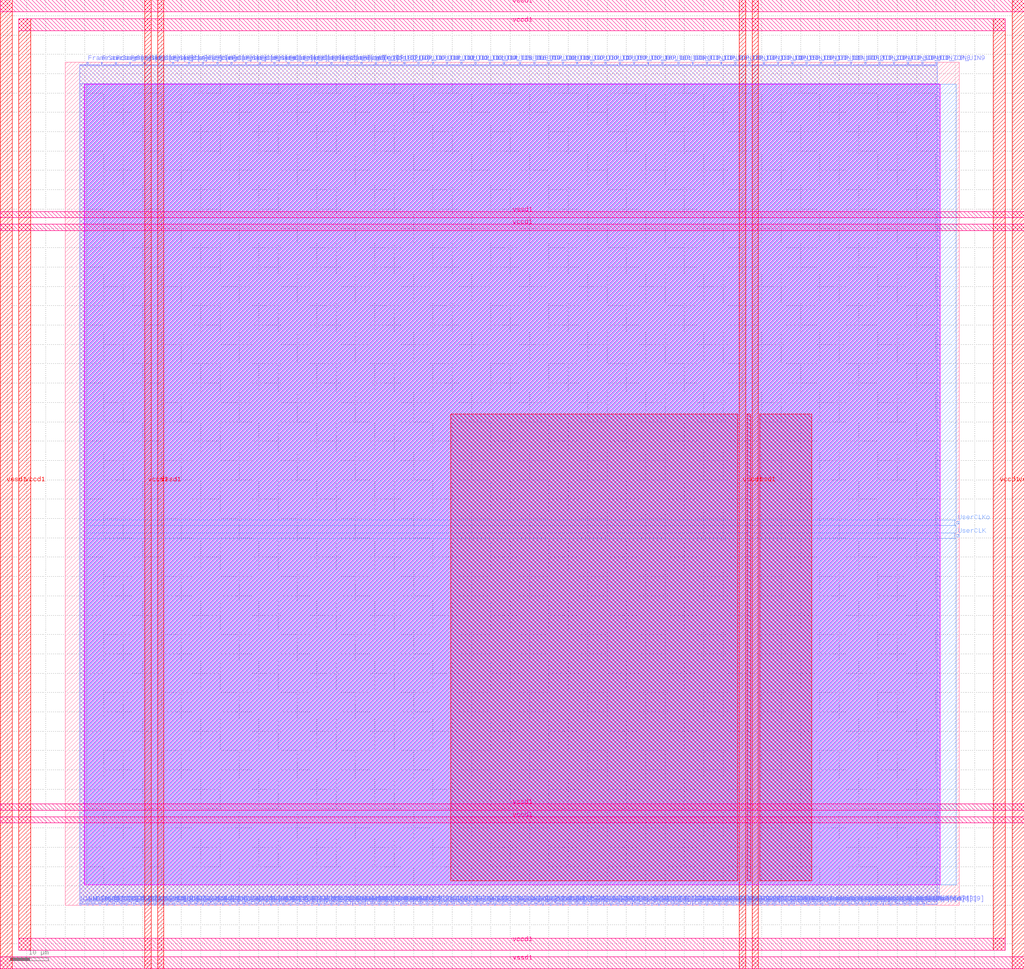
<source format=lef>
VERSION 5.7 ;
  NOWIREEXTENSIONATPIN ON ;
  DIVIDERCHAR "/" ;
  BUSBITCHARS "[]" ;
MACRO N_term_single
  CLASS BLOCK ;
  FOREIGN N_term_single ;
  ORIGIN 0.000 0.000 ;
  SIZE 231.000 BY 218.000 ;
  PIN Ci
    DIRECTION INPUT ;
    USE SIGNAL ;
    PORT
      LAYER met2 ;
        RECT 95.260 0.000 95.640 0.700 ;
    END
  END Ci
  PIN FrameStrobe[0]
    DIRECTION INPUT ;
    USE SIGNAL ;
    ANTENNAGATEAREA 0.213000 ;
    PORT
      LAYER met2 ;
        RECT 188.180 0.000 188.560 0.700 ;
    END
  END FrameStrobe[0]
  PIN FrameStrobe[10]
    DIRECTION INPUT ;
    USE SIGNAL ;
    ANTENNAGATEAREA 0.213000 ;
    PORT
      LAYER met2 ;
        RECT 206.120 0.000 206.500 0.700 ;
    END
  END FrameStrobe[10]
  PIN FrameStrobe[11]
    DIRECTION INPUT ;
    USE SIGNAL ;
    ANTENNAGATEAREA 0.213000 ;
    ANTENNADIFFAREA 0.434700 ;
    PORT
      LAYER met2 ;
        RECT 207.960 0.000 208.340 0.700 ;
    END
  END FrameStrobe[11]
  PIN FrameStrobe[12]
    DIRECTION INPUT ;
    USE SIGNAL ;
    ANTENNAGATEAREA 0.213000 ;
    PORT
      LAYER met2 ;
        RECT 209.340 0.000 209.720 0.700 ;
    END
  END FrameStrobe[12]
  PIN FrameStrobe[13]
    DIRECTION INPUT ;
    USE SIGNAL ;
    ANTENNAGATEAREA 0.213000 ;
    ANTENNADIFFAREA 0.434700 ;
    PORT
      LAYER met2 ;
        RECT 211.180 0.000 211.560 0.700 ;
    END
  END FrameStrobe[13]
  PIN FrameStrobe[14]
    DIRECTION INPUT ;
    USE SIGNAL ;
    ANTENNAGATEAREA 0.213000 ;
    PORT
      LAYER met2 ;
        RECT 213.020 0.000 213.400 0.700 ;
    END
  END FrameStrobe[14]
  PIN FrameStrobe[15]
    DIRECTION INPUT ;
    USE SIGNAL ;
    ANTENNAGATEAREA 0.213000 ;
    PORT
      LAYER met2 ;
        RECT 214.860 0.000 215.240 0.700 ;
    END
  END FrameStrobe[15]
  PIN FrameStrobe[16]
    DIRECTION INPUT ;
    USE SIGNAL ;
    ANTENNAGATEAREA 0.213000 ;
    PORT
      LAYER met2 ;
        RECT 216.700 0.000 217.080 0.700 ;
    END
  END FrameStrobe[16]
  PIN FrameStrobe[17]
    DIRECTION INPUT ;
    USE SIGNAL ;
    ANTENNAGATEAREA 0.196500 ;
    ANTENNADIFFAREA 0.434700 ;
    PORT
      LAYER met2 ;
        RECT 218.080 0.000 218.460 0.700 ;
    END
  END FrameStrobe[17]
  PIN FrameStrobe[18]
    DIRECTION INPUT ;
    USE SIGNAL ;
    ANTENNAGATEAREA 0.213000 ;
    PORT
      LAYER met2 ;
        RECT 219.920 0.000 220.300 0.700 ;
    END
  END FrameStrobe[18]
  PIN FrameStrobe[19]
    DIRECTION INPUT ;
    USE SIGNAL ;
    ANTENNAGATEAREA 0.196500 ;
    ANTENNADIFFAREA 0.434700 ;
    PORT
      LAYER met2 ;
        RECT 221.760 0.000 222.140 0.700 ;
    END
  END FrameStrobe[19]
  PIN FrameStrobe[1]
    DIRECTION INPUT ;
    USE SIGNAL ;
    ANTENNAGATEAREA 0.213000 ;
    ANTENNADIFFAREA 0.434700 ;
    PORT
      LAYER met2 ;
        RECT 190.020 0.000 190.400 0.700 ;
    END
  END FrameStrobe[1]
  PIN FrameStrobe[2]
    DIRECTION INPUT ;
    USE SIGNAL ;
    ANTENNAGATEAREA 0.213000 ;
    ANTENNADIFFAREA 0.434700 ;
    PORT
      LAYER met2 ;
        RECT 191.860 0.000 192.240 0.700 ;
    END
  END FrameStrobe[2]
  PIN FrameStrobe[3]
    DIRECTION INPUT ;
    USE SIGNAL ;
    ANTENNAGATEAREA 0.213000 ;
    PORT
      LAYER met2 ;
        RECT 193.700 0.000 194.080 0.700 ;
    END
  END FrameStrobe[3]
  PIN FrameStrobe[4]
    DIRECTION INPUT ;
    USE SIGNAL ;
    ANTENNAGATEAREA 0.213000 ;
    ANTENNADIFFAREA 0.434700 ;
    PORT
      LAYER met2 ;
        RECT 195.540 0.000 195.920 0.700 ;
    END
  END FrameStrobe[4]
  PIN FrameStrobe[5]
    DIRECTION INPUT ;
    USE SIGNAL ;
    ANTENNAGATEAREA 0.213000 ;
    ANTENNADIFFAREA 0.434700 ;
    PORT
      LAYER met2 ;
        RECT 197.380 0.000 197.760 0.700 ;
    END
  END FrameStrobe[5]
  PIN FrameStrobe[6]
    DIRECTION INPUT ;
    USE SIGNAL ;
    ANTENNAGATEAREA 0.213000 ;
    PORT
      LAYER met2 ;
        RECT 198.760 0.000 199.140 0.700 ;
    END
  END FrameStrobe[6]
  PIN FrameStrobe[7]
    DIRECTION INPUT ;
    USE SIGNAL ;
    ANTENNAGATEAREA 0.213000 ;
    PORT
      LAYER met2 ;
        RECT 200.600 0.000 200.980 0.700 ;
    END
  END FrameStrobe[7]
  PIN FrameStrobe[8]
    DIRECTION INPUT ;
    USE SIGNAL ;
    ANTENNAGATEAREA 0.213000 ;
    ANTENNADIFFAREA 0.434700 ;
    PORT
      LAYER met2 ;
        RECT 202.440 0.000 202.820 0.700 ;
    END
  END FrameStrobe[8]
  PIN FrameStrobe[9]
    DIRECTION INPUT ;
    USE SIGNAL ;
    ANTENNAGATEAREA 0.213000 ;
    PORT
      LAYER met2 ;
        RECT 204.280 0.000 204.660 0.700 ;
    END
  END FrameStrobe[9]
  PIN FrameStrobe_O[0]
    DIRECTION OUTPUT ;
    USE SIGNAL ;
    ANTENNADIFFAREA 0.445500 ;
    PORT
      LAYER met2 ;
        RECT 5.560 217.300 5.940 218.000 ;
    END
  END FrameStrobe_O[0]
  PIN FrameStrobe_O[10]
    DIRECTION OUTPUT ;
    USE SIGNAL ;
    ANTENNADIFFAREA 0.445500 ;
    PORT
      LAYER met2 ;
        RECT 42.820 217.300 43.200 218.000 ;
    END
  END FrameStrobe_O[10]
  PIN FrameStrobe_O[11]
    DIRECTION OUTPUT ;
    USE SIGNAL ;
    ANTENNADIFFAREA 0.445500 ;
    PORT
      LAYER met2 ;
        RECT 46.500 217.300 46.880 218.000 ;
    END
  END FrameStrobe_O[11]
  PIN FrameStrobe_O[12]
    DIRECTION OUTPUT ;
    USE SIGNAL ;
    ANTENNADIFFAREA 0.445500 ;
    PORT
      LAYER met2 ;
        RECT 50.180 217.300 50.560 218.000 ;
    END
  END FrameStrobe_O[12]
  PIN FrameStrobe_O[13]
    DIRECTION OUTPUT ;
    USE SIGNAL ;
    ANTENNADIFFAREA 0.445500 ;
    PORT
      LAYER met2 ;
        RECT 53.860 217.300 54.240 218.000 ;
    END
  END FrameStrobe_O[13]
  PIN FrameStrobe_O[14]
    DIRECTION OUTPUT ;
    USE SIGNAL ;
    ANTENNADIFFAREA 0.445500 ;
    PORT
      LAYER met2 ;
        RECT 57.540 217.300 57.920 218.000 ;
    END
  END FrameStrobe_O[14]
  PIN FrameStrobe_O[15]
    DIRECTION OUTPUT ;
    USE SIGNAL ;
    ANTENNADIFFAREA 0.445500 ;
    PORT
      LAYER met2 ;
        RECT 61.220 217.300 61.600 218.000 ;
    END
  END FrameStrobe_O[15]
  PIN FrameStrobe_O[16]
    DIRECTION OUTPUT ;
    USE SIGNAL ;
    ANTENNADIFFAREA 0.445500 ;
    PORT
      LAYER met2 ;
        RECT 64.900 217.300 65.280 218.000 ;
    END
  END FrameStrobe_O[16]
  PIN FrameStrobe_O[17]
    DIRECTION OUTPUT ;
    USE SIGNAL ;
    ANTENNADIFFAREA 0.445500 ;
    PORT
      LAYER met2 ;
        RECT 68.580 217.300 68.960 218.000 ;
    END
  END FrameStrobe_O[17]
  PIN FrameStrobe_O[18]
    DIRECTION OUTPUT ;
    USE SIGNAL ;
    ANTENNADIFFAREA 0.445500 ;
    PORT
      LAYER met2 ;
        RECT 72.720 217.300 73.100 218.000 ;
    END
  END FrameStrobe_O[18]
  PIN FrameStrobe_O[19]
    DIRECTION OUTPUT ;
    USE SIGNAL ;
    ANTENNADIFFAREA 0.445500 ;
    PORT
      LAYER met2 ;
        RECT 76.400 217.300 76.780 218.000 ;
    END
  END FrameStrobe_O[19]
  PIN FrameStrobe_O[1]
    DIRECTION OUTPUT ;
    USE SIGNAL ;
    ANTENNADIFFAREA 0.445500 ;
    PORT
      LAYER met2 ;
        RECT 9.240 217.300 9.620 218.000 ;
    END
  END FrameStrobe_O[1]
  PIN FrameStrobe_O[2]
    DIRECTION OUTPUT ;
    USE SIGNAL ;
    ANTENNADIFFAREA 0.445500 ;
    PORT
      LAYER met2 ;
        RECT 12.920 217.300 13.300 218.000 ;
    END
  END FrameStrobe_O[2]
  PIN FrameStrobe_O[3]
    DIRECTION OUTPUT ;
    USE SIGNAL ;
    ANTENNADIFFAREA 0.445500 ;
    PORT
      LAYER met2 ;
        RECT 16.600 217.300 16.980 218.000 ;
    END
  END FrameStrobe_O[3]
  PIN FrameStrobe_O[4]
    DIRECTION OUTPUT ;
    USE SIGNAL ;
    ANTENNADIFFAREA 0.445500 ;
    PORT
      LAYER met2 ;
        RECT 20.280 217.300 20.660 218.000 ;
    END
  END FrameStrobe_O[4]
  PIN FrameStrobe_O[5]
    DIRECTION OUTPUT ;
    USE SIGNAL ;
    ANTENNADIFFAREA 0.445500 ;
    PORT
      LAYER met2 ;
        RECT 23.960 217.300 24.340 218.000 ;
    END
  END FrameStrobe_O[5]
  PIN FrameStrobe_O[6]
    DIRECTION OUTPUT ;
    USE SIGNAL ;
    ANTENNADIFFAREA 0.445500 ;
    PORT
      LAYER met2 ;
        RECT 27.640 217.300 28.020 218.000 ;
    END
  END FrameStrobe_O[6]
  PIN FrameStrobe_O[7]
    DIRECTION OUTPUT ;
    USE SIGNAL ;
    ANTENNADIFFAREA 0.445500 ;
    PORT
      LAYER met2 ;
        RECT 31.780 217.300 32.160 218.000 ;
    END
  END FrameStrobe_O[7]
  PIN FrameStrobe_O[8]
    DIRECTION OUTPUT ;
    USE SIGNAL ;
    ANTENNADIFFAREA 0.445500 ;
    PORT
      LAYER met2 ;
        RECT 35.460 217.300 35.840 218.000 ;
    END
  END FrameStrobe_O[8]
  PIN FrameStrobe_O[9]
    DIRECTION OUTPUT ;
    USE SIGNAL ;
    ANTENNADIFFAREA 0.445500 ;
    PORT
      LAYER met2 ;
        RECT 39.140 217.300 39.520 218.000 ;
    END
  END FrameStrobe_O[9]
  PIN N1END[0]
    DIRECTION INPUT ;
    USE SIGNAL ;
    ANTENNAGATEAREA 0.196500 ;
    ANTENNADIFFAREA 0.434700 ;
    PORT
      LAYER met2 ;
        RECT 3.720 0.000 4.100 0.700 ;
    END
  END N1END[0]
  PIN N1END[1]
    DIRECTION INPUT ;
    USE SIGNAL ;
    ANTENNAGATEAREA 0.196500 ;
    PORT
      LAYER met2 ;
        RECT 5.560 0.000 5.940 0.700 ;
    END
  END N1END[1]
  PIN N1END[2]
    DIRECTION INPUT ;
    USE SIGNAL ;
    ANTENNAGATEAREA 0.196500 ;
    ANTENNADIFFAREA 0.434700 ;
    PORT
      LAYER met2 ;
        RECT 6.940 0.000 7.320 0.700 ;
    END
  END N1END[2]
  PIN N1END[3]
    DIRECTION INPUT ;
    USE SIGNAL ;
    ANTENNAGATEAREA 0.196500 ;
    ANTENNADIFFAREA 0.434700 ;
    PORT
      LAYER met2 ;
        RECT 8.780 0.000 9.160 0.700 ;
    END
  END N1END[3]
  PIN N2END[0]
    DIRECTION INPUT ;
    USE SIGNAL ;
    ANTENNAGATEAREA 0.196500 ;
    ANTENNADIFFAREA 0.434700 ;
    PORT
      LAYER met2 ;
        RECT 24.880 0.000 25.260 0.700 ;
    END
  END N2END[0]
  PIN N2END[1]
    DIRECTION INPUT ;
    USE SIGNAL ;
    ANTENNAGATEAREA 0.196500 ;
    ANTENNADIFFAREA 0.434700 ;
    PORT
      LAYER met2 ;
        RECT 26.260 0.000 26.640 0.700 ;
    END
  END N2END[1]
  PIN N2END[2]
    DIRECTION INPUT ;
    USE SIGNAL ;
    ANTENNAGATEAREA 0.196500 ;
    ANTENNADIFFAREA 0.434700 ;
    PORT
      LAYER met2 ;
        RECT 28.100 0.000 28.480 0.700 ;
    END
  END N2END[2]
  PIN N2END[3]
    DIRECTION INPUT ;
    USE SIGNAL ;
    ANTENNAGATEAREA 0.196500 ;
    ANTENNADIFFAREA 0.434700 ;
    PORT
      LAYER met2 ;
        RECT 29.940 0.000 30.320 0.700 ;
    END
  END N2END[3]
  PIN N2END[4]
    DIRECTION INPUT ;
    USE SIGNAL ;
    ANTENNAGATEAREA 0.196500 ;
    ANTENNADIFFAREA 0.434700 ;
    PORT
      LAYER met2 ;
        RECT 31.780 0.000 32.160 0.700 ;
    END
  END N2END[4]
  PIN N2END[5]
    DIRECTION INPUT ;
    USE SIGNAL ;
    ANTENNAGATEAREA 0.196500 ;
    ANTENNADIFFAREA 0.434700 ;
    PORT
      LAYER met2 ;
        RECT 33.620 0.000 34.000 0.700 ;
    END
  END N2END[5]
  PIN N2END[6]
    DIRECTION INPUT ;
    USE SIGNAL ;
    ANTENNAGATEAREA 0.196500 ;
    ANTENNADIFFAREA 0.434700 ;
    PORT
      LAYER met2 ;
        RECT 35.460 0.000 35.840 0.700 ;
    END
  END N2END[6]
  PIN N2END[7]
    DIRECTION INPUT ;
    USE SIGNAL ;
    ANTENNAGATEAREA 0.196500 ;
    ANTENNADIFFAREA 0.434700 ;
    PORT
      LAYER met2 ;
        RECT 36.840 0.000 37.220 0.700 ;
    END
  END N2END[7]
  PIN N2MID[0]
    DIRECTION INPUT ;
    USE SIGNAL ;
    ANTENNAGATEAREA 0.196500 ;
    ANTENNADIFFAREA 0.869400 ;
    PORT
      LAYER met2 ;
        RECT 10.620 0.000 11.000 0.700 ;
    END
  END N2MID[0]
  PIN N2MID[1]
    DIRECTION INPUT ;
    USE SIGNAL ;
    ANTENNAGATEAREA 0.196500 ;
    ANTENNADIFFAREA 0.434700 ;
    PORT
      LAYER met2 ;
        RECT 12.460 0.000 12.840 0.700 ;
    END
  END N2MID[1]
  PIN N2MID[2]
    DIRECTION INPUT ;
    USE SIGNAL ;
    ANTENNAGATEAREA 0.196500 ;
    ANTENNADIFFAREA 0.434700 ;
    PORT
      LAYER met2 ;
        RECT 14.300 0.000 14.680 0.700 ;
    END
  END N2MID[2]
  PIN N2MID[3]
    DIRECTION INPUT ;
    USE SIGNAL ;
    ANTENNAGATEAREA 0.196500 ;
    ANTENNADIFFAREA 0.434700 ;
    PORT
      LAYER met2 ;
        RECT 15.680 0.000 16.060 0.700 ;
    END
  END N2MID[3]
  PIN N2MID[4]
    DIRECTION INPUT ;
    USE SIGNAL ;
    ANTENNAGATEAREA 0.213000 ;
    ANTENNADIFFAREA 0.869400 ;
    PORT
      LAYER met2 ;
        RECT 17.520 0.000 17.900 0.700 ;
    END
  END N2MID[4]
  PIN N2MID[5]
    DIRECTION INPUT ;
    USE SIGNAL ;
    ANTENNAGATEAREA 0.213000 ;
    ANTENNADIFFAREA 0.869400 ;
    PORT
      LAYER met2 ;
        RECT 19.360 0.000 19.740 0.700 ;
    END
  END N2MID[5]
  PIN N2MID[6]
    DIRECTION INPUT ;
    USE SIGNAL ;
    ANTENNAGATEAREA 0.196500 ;
    ANTENNADIFFAREA 0.434700 ;
    PORT
      LAYER met2 ;
        RECT 21.200 0.000 21.580 0.700 ;
    END
  END N2MID[6]
  PIN N2MID[7]
    DIRECTION INPUT ;
    USE SIGNAL ;
    ANTENNAGATEAREA 0.213000 ;
    ANTENNADIFFAREA 0.434700 ;
    PORT
      LAYER met2 ;
        RECT 23.040 0.000 23.420 0.700 ;
    END
  END N2MID[7]
  PIN N4END[0]
    DIRECTION INPUT ;
    USE SIGNAL ;
    ANTENNAGATEAREA 0.213000 ;
    ANTENNADIFFAREA 0.434700 ;
    PORT
      LAYER met2 ;
        RECT 38.680 0.000 39.060 0.700 ;
    END
  END N4END[0]
  PIN N4END[10]
    DIRECTION INPUT ;
    USE SIGNAL ;
    ANTENNAGATEAREA 0.213000 ;
    ANTENNADIFFAREA 0.434700 ;
    PORT
      LAYER met2 ;
        RECT 56.160 0.000 56.540 0.700 ;
    END
  END N4END[10]
  PIN N4END[11]
    DIRECTION INPUT ;
    USE SIGNAL ;
    ANTENNAGATEAREA 0.213000 ;
    ANTENNADIFFAREA 0.434700 ;
    PORT
      LAYER met2 ;
        RECT 58.000 0.000 58.380 0.700 ;
    END
  END N4END[11]
  PIN N4END[12]
    DIRECTION INPUT ;
    USE SIGNAL ;
    PORT
      LAYER met2 ;
        RECT 59.840 0.000 60.220 0.700 ;
    END
  END N4END[12]
  PIN N4END[13]
    DIRECTION INPUT ;
    USE SIGNAL ;
    PORT
      LAYER met2 ;
        RECT 61.680 0.000 62.060 0.700 ;
    END
  END N4END[13]
  PIN N4END[14]
    DIRECTION INPUT ;
    USE SIGNAL ;
    PORT
      LAYER met2 ;
        RECT 63.520 0.000 63.900 0.700 ;
    END
  END N4END[14]
  PIN N4END[15]
    DIRECTION INPUT ;
    USE SIGNAL ;
    PORT
      LAYER met2 ;
        RECT 65.360 0.000 65.740 0.700 ;
    END
  END N4END[15]
  PIN N4END[1]
    DIRECTION INPUT ;
    USE SIGNAL ;
    ANTENNAGATEAREA 0.213000 ;
    PORT
      LAYER met2 ;
        RECT 40.520 0.000 40.900 0.700 ;
    END
  END N4END[1]
  PIN N4END[2]
    DIRECTION INPUT ;
    USE SIGNAL ;
    ANTENNAGATEAREA 0.213000 ;
    ANTENNADIFFAREA 0.434700 ;
    PORT
      LAYER met2 ;
        RECT 42.360 0.000 42.740 0.700 ;
    END
  END N4END[2]
  PIN N4END[3]
    DIRECTION INPUT ;
    USE SIGNAL ;
    ANTENNAGATEAREA 0.213000 ;
    PORT
      LAYER met2 ;
        RECT 44.200 0.000 44.580 0.700 ;
    END
  END N4END[3]
  PIN N4END[4]
    DIRECTION INPUT ;
    USE SIGNAL ;
    ANTENNAGATEAREA 0.213000 ;
    ANTENNADIFFAREA 0.434700 ;
    PORT
      LAYER met2 ;
        RECT 46.040 0.000 46.420 0.700 ;
    END
  END N4END[4]
  PIN N4END[5]
    DIRECTION INPUT ;
    USE SIGNAL ;
    ANTENNAGATEAREA 0.213000 ;
    ANTENNADIFFAREA 0.434700 ;
    PORT
      LAYER met2 ;
        RECT 47.420 0.000 47.800 0.700 ;
    END
  END N4END[5]
  PIN N4END[6]
    DIRECTION INPUT ;
    USE SIGNAL ;
    ANTENNAGATEAREA 0.213000 ;
    PORT
      LAYER met2 ;
        RECT 49.260 0.000 49.640 0.700 ;
    END
  END N4END[6]
  PIN N4END[7]
    DIRECTION INPUT ;
    USE SIGNAL ;
    ANTENNAGATEAREA 0.196500 ;
    ANTENNADIFFAREA 0.434700 ;
    PORT
      LAYER met2 ;
        RECT 51.100 0.000 51.480 0.700 ;
    END
  END N4END[7]
  PIN N4END[8]
    DIRECTION INPUT ;
    USE SIGNAL ;
    ANTENNAGATEAREA 0.213000 ;
    PORT
      LAYER met2 ;
        RECT 52.940 0.000 53.320 0.700 ;
    END
  END N4END[8]
  PIN N4END[9]
    DIRECTION INPUT ;
    USE SIGNAL ;
    ANTENNAGATEAREA 0.196500 ;
    PORT
      LAYER met2 ;
        RECT 54.780 0.000 55.160 0.700 ;
    END
  END N4END[9]
  PIN NN4END[0]
    DIRECTION INPUT ;
    USE SIGNAL ;
    ANTENNAGATEAREA 0.393000 ;
    PORT
      LAYER met2 ;
        RECT 66.740 0.000 67.120 0.700 ;
    END
  END NN4END[0]
  PIN NN4END[10]
    DIRECTION INPUT ;
    USE SIGNAL ;
    ANTENNAGATEAREA 0.196500 ;
    ANTENNADIFFAREA 0.434700 ;
    PORT
      LAYER met2 ;
        RECT 84.680 0.000 85.060 0.700 ;
    END
  END NN4END[10]
  PIN NN4END[11]
    DIRECTION INPUT ;
    USE SIGNAL ;
    ANTENNAGATEAREA 0.196500 ;
    ANTENNADIFFAREA 0.434700 ;
    PORT
      LAYER met2 ;
        RECT 86.520 0.000 86.900 0.700 ;
    END
  END NN4END[11]
  PIN NN4END[12]
    DIRECTION INPUT ;
    USE SIGNAL ;
    ANTENNAGATEAREA 0.196500 ;
    ANTENNADIFFAREA 0.434700 ;
    PORT
      LAYER met2 ;
        RECT 87.900 0.000 88.280 0.700 ;
    END
  END NN4END[12]
  PIN NN4END[13]
    DIRECTION INPUT ;
    USE SIGNAL ;
    ANTENNAGATEAREA 0.196500 ;
    ANTENNADIFFAREA 0.434700 ;
    PORT
      LAYER met2 ;
        RECT 89.740 0.000 90.120 0.700 ;
    END
  END NN4END[13]
  PIN NN4END[14]
    DIRECTION INPUT ;
    USE SIGNAL ;
    ANTENNAGATEAREA 0.196500 ;
    ANTENNADIFFAREA 0.434700 ;
    PORT
      LAYER met2 ;
        RECT 91.580 0.000 91.960 0.700 ;
    END
  END NN4END[14]
  PIN NN4END[15]
    DIRECTION INPUT ;
    USE SIGNAL ;
    ANTENNAGATEAREA 0.213000 ;
    PORT
      LAYER met2 ;
        RECT 93.420 0.000 93.800 0.700 ;
    END
  END NN4END[15]
  PIN NN4END[1]
    DIRECTION INPUT ;
    USE SIGNAL ;
    ANTENNAGATEAREA 0.393000 ;
    PORT
      LAYER met2 ;
        RECT 68.580 0.000 68.960 0.700 ;
    END
  END NN4END[1]
  PIN NN4END[2]
    DIRECTION INPUT ;
    USE SIGNAL ;
    ANTENNAGATEAREA 0.393000 ;
    PORT
      LAYER met2 ;
        RECT 70.420 0.000 70.800 0.700 ;
    END
  END NN4END[2]
  PIN NN4END[3]
    DIRECTION INPUT ;
    USE SIGNAL ;
    ANTENNAGATEAREA 0.393000 ;
    PORT
      LAYER met2 ;
        RECT 72.260 0.000 72.640 0.700 ;
    END
  END NN4END[3]
  PIN NN4END[4]
    DIRECTION INPUT ;
    USE SIGNAL ;
    ANTENNAGATEAREA 0.196500 ;
    ANTENNADIFFAREA 0.434700 ;
    PORT
      LAYER met2 ;
        RECT 74.100 0.000 74.480 0.700 ;
    END
  END NN4END[4]
  PIN NN4END[5]
    DIRECTION INPUT ;
    USE SIGNAL ;
    ANTENNAGATEAREA 0.213000 ;
    PORT
      LAYER met2 ;
        RECT 75.940 0.000 76.320 0.700 ;
    END
  END NN4END[5]
  PIN NN4END[6]
    DIRECTION INPUT ;
    USE SIGNAL ;
    ANTENNAGATEAREA 0.196500 ;
    ANTENNADIFFAREA 0.434700 ;
    PORT
      LAYER met2 ;
        RECT 77.320 0.000 77.700 0.700 ;
    END
  END NN4END[6]
  PIN NN4END[7]
    DIRECTION INPUT ;
    USE SIGNAL ;
    ANTENNAGATEAREA 0.213000 ;
    PORT
      LAYER met2 ;
        RECT 79.160 0.000 79.540 0.700 ;
    END
  END NN4END[7]
  PIN NN4END[8]
    DIRECTION INPUT ;
    USE SIGNAL ;
    ANTENNAGATEAREA 0.196500 ;
    ANTENNADIFFAREA 0.434700 ;
    PORT
      LAYER met2 ;
        RECT 81.000 0.000 81.380 0.700 ;
    END
  END NN4END[8]
  PIN NN4END[9]
    DIRECTION INPUT ;
    USE SIGNAL ;
    ANTENNAGATEAREA 0.196500 ;
    ANTENNADIFFAREA 0.434700 ;
    PORT
      LAYER met2 ;
        RECT 82.840 0.000 83.220 0.700 ;
    END
  END NN4END[9]
  PIN S1BEG[0]
    DIRECTION OUTPUT ;
    USE SIGNAL ;
    ANTENNADIFFAREA 0.445500 ;
    PORT
      LAYER met2 ;
        RECT 96.640 0.000 97.020 0.700 ;
    END
  END S1BEG[0]
  PIN S1BEG[1]
    DIRECTION OUTPUT ;
    USE SIGNAL ;
    ANTENNADIFFAREA 0.445500 ;
    PORT
      LAYER met2 ;
        RECT 98.480 0.000 98.860 0.700 ;
    END
  END S1BEG[1]
  PIN S1BEG[2]
    DIRECTION OUTPUT ;
    USE SIGNAL ;
    ANTENNADIFFAREA 0.445500 ;
    PORT
      LAYER met2 ;
        RECT 100.320 0.000 100.700 0.700 ;
    END
  END S1BEG[2]
  PIN S1BEG[3]
    DIRECTION OUTPUT ;
    USE SIGNAL ;
    ANTENNADIFFAREA 0.445500 ;
    PORT
      LAYER met2 ;
        RECT 102.160 0.000 102.540 0.700 ;
    END
  END S1BEG[3]
  PIN S2BEG[0]
    DIRECTION OUTPUT ;
    USE SIGNAL ;
    ANTENNADIFFAREA 0.445500 ;
    PORT
      LAYER met2 ;
        RECT 104.000 0.000 104.380 0.700 ;
    END
  END S2BEG[0]
  PIN S2BEG[1]
    DIRECTION OUTPUT ;
    USE SIGNAL ;
    ANTENNADIFFAREA 0.445500 ;
    PORT
      LAYER met2 ;
        RECT 105.840 0.000 106.220 0.700 ;
    END
  END S2BEG[1]
  PIN S2BEG[2]
    DIRECTION OUTPUT ;
    USE SIGNAL ;
    ANTENNADIFFAREA 0.445500 ;
    PORT
      LAYER met2 ;
        RECT 107.220 0.000 107.600 0.700 ;
    END
  END S2BEG[2]
  PIN S2BEG[3]
    DIRECTION OUTPUT ;
    USE SIGNAL ;
    ANTENNADIFFAREA 0.445500 ;
    PORT
      LAYER met2 ;
        RECT 109.060 0.000 109.440 0.700 ;
    END
  END S2BEG[3]
  PIN S2BEG[4]
    DIRECTION OUTPUT ;
    USE SIGNAL ;
    ANTENNADIFFAREA 0.445500 ;
    PORT
      LAYER met2 ;
        RECT 110.900 0.000 111.280 0.700 ;
    END
  END S2BEG[4]
  PIN S2BEG[5]
    DIRECTION OUTPUT ;
    USE SIGNAL ;
    ANTENNADIFFAREA 0.445500 ;
    PORT
      LAYER met2 ;
        RECT 112.740 0.000 113.120 0.700 ;
    END
  END S2BEG[5]
  PIN S2BEG[6]
    DIRECTION OUTPUT ;
    USE SIGNAL ;
    ANTENNADIFFAREA 0.445500 ;
    PORT
      LAYER met2 ;
        RECT 114.580 0.000 114.960 0.700 ;
    END
  END S2BEG[6]
  PIN S2BEG[7]
    DIRECTION OUTPUT ;
    USE SIGNAL ;
    ANTENNADIFFAREA 0.445500 ;
    PORT
      LAYER met2 ;
        RECT 116.420 0.000 116.800 0.700 ;
    END
  END S2BEG[7]
  PIN S2BEGb[0]
    DIRECTION OUTPUT ;
    USE SIGNAL ;
    ANTENNADIFFAREA 0.445500 ;
    PORT
      LAYER met2 ;
        RECT 117.800 0.000 118.180 0.700 ;
    END
  END S2BEGb[0]
  PIN S2BEGb[1]
    DIRECTION OUTPUT ;
    USE SIGNAL ;
    ANTENNADIFFAREA 0.445500 ;
    PORT
      LAYER met2 ;
        RECT 119.640 0.000 120.020 0.700 ;
    END
  END S2BEGb[1]
  PIN S2BEGb[2]
    DIRECTION OUTPUT ;
    USE SIGNAL ;
    ANTENNADIFFAREA 0.445500 ;
    PORT
      LAYER met2 ;
        RECT 121.480 0.000 121.860 0.700 ;
    END
  END S2BEGb[2]
  PIN S2BEGb[3]
    DIRECTION OUTPUT ;
    USE SIGNAL ;
    ANTENNADIFFAREA 0.445500 ;
    PORT
      LAYER met2 ;
        RECT 123.320 0.000 123.700 0.700 ;
    END
  END S2BEGb[3]
  PIN S2BEGb[4]
    DIRECTION OUTPUT ;
    USE SIGNAL ;
    ANTENNADIFFAREA 0.445500 ;
    PORT
      LAYER met2 ;
        RECT 125.160 0.000 125.540 0.700 ;
    END
  END S2BEGb[4]
  PIN S2BEGb[5]
    DIRECTION OUTPUT ;
    USE SIGNAL ;
    ANTENNADIFFAREA 0.445500 ;
    PORT
      LAYER met2 ;
        RECT 127.000 0.000 127.380 0.700 ;
    END
  END S2BEGb[5]
  PIN S2BEGb[6]
    DIRECTION OUTPUT ;
    USE SIGNAL ;
    ANTENNADIFFAREA 0.445500 ;
    PORT
      LAYER met2 ;
        RECT 128.380 0.000 128.760 0.700 ;
    END
  END S2BEGb[6]
  PIN S2BEGb[7]
    DIRECTION OUTPUT ;
    USE SIGNAL ;
    ANTENNADIFFAREA 0.445500 ;
    PORT
      LAYER met2 ;
        RECT 130.220 0.000 130.600 0.700 ;
    END
  END S2BEGb[7]
  PIN S4BEG[0]
    DIRECTION OUTPUT ;
    USE SIGNAL ;
    ANTENNADIFFAREA 0.445500 ;
    PORT
      LAYER met2 ;
        RECT 132.060 0.000 132.440 0.700 ;
    END
  END S4BEG[0]
  PIN S4BEG[10]
    DIRECTION OUTPUT ;
    USE SIGNAL ;
    ANTENNADIFFAREA 0.445500 ;
    PORT
      LAYER met2 ;
        RECT 149.540 0.000 149.920 0.700 ;
    END
  END S4BEG[10]
  PIN S4BEG[11]
    DIRECTION OUTPUT ;
    USE SIGNAL ;
    ANTENNADIFFAREA 0.445500 ;
    PORT
      LAYER met2 ;
        RECT 151.380 0.000 151.760 0.700 ;
    END
  END S4BEG[11]
  PIN S4BEG[12]
    DIRECTION OUTPUT ;
    USE SIGNAL ;
    ANTENNADIFFAREA 0.445500 ;
    PORT
      LAYER met2 ;
        RECT 153.220 0.000 153.600 0.700 ;
    END
  END S4BEG[12]
  PIN S4BEG[13]
    DIRECTION OUTPUT ;
    USE SIGNAL ;
    ANTENNADIFFAREA 0.445500 ;
    PORT
      LAYER met2 ;
        RECT 155.060 0.000 155.440 0.700 ;
    END
  END S4BEG[13]
  PIN S4BEG[14]
    DIRECTION OUTPUT ;
    USE SIGNAL ;
    ANTENNADIFFAREA 0.445500 ;
    PORT
      LAYER met2 ;
        RECT 156.900 0.000 157.280 0.700 ;
    END
  END S4BEG[14]
  PIN S4BEG[15]
    DIRECTION OUTPUT ;
    USE SIGNAL ;
    ANTENNADIFFAREA 0.445500 ;
    PORT
      LAYER met2 ;
        RECT 158.280 0.000 158.660 0.700 ;
    END
  END S4BEG[15]
  PIN S4BEG[1]
    DIRECTION OUTPUT ;
    USE SIGNAL ;
    ANTENNADIFFAREA 0.445500 ;
    PORT
      LAYER met2 ;
        RECT 133.900 0.000 134.280 0.700 ;
    END
  END S4BEG[1]
  PIN S4BEG[2]
    DIRECTION OUTPUT ;
    USE SIGNAL ;
    ANTENNADIFFAREA 0.445500 ;
    PORT
      LAYER met2 ;
        RECT 135.740 0.000 136.120 0.700 ;
    END
  END S4BEG[2]
  PIN S4BEG[3]
    DIRECTION OUTPUT ;
    USE SIGNAL ;
    ANTENNADIFFAREA 0.445500 ;
    PORT
      LAYER met2 ;
        RECT 137.120 0.000 137.500 0.700 ;
    END
  END S4BEG[3]
  PIN S4BEG[4]
    DIRECTION OUTPUT ;
    USE SIGNAL ;
    ANTENNADIFFAREA 0.445500 ;
    PORT
      LAYER met2 ;
        RECT 138.960 0.000 139.340 0.700 ;
    END
  END S4BEG[4]
  PIN S4BEG[5]
    DIRECTION OUTPUT ;
    USE SIGNAL ;
    ANTENNADIFFAREA 0.445500 ;
    PORT
      LAYER met2 ;
        RECT 140.800 0.000 141.180 0.700 ;
    END
  END S4BEG[5]
  PIN S4BEG[6]
    DIRECTION OUTPUT ;
    USE SIGNAL ;
    ANTENNADIFFAREA 0.445500 ;
    PORT
      LAYER met2 ;
        RECT 142.640 0.000 143.020 0.700 ;
    END
  END S4BEG[6]
  PIN S4BEG[7]
    DIRECTION OUTPUT ;
    USE SIGNAL ;
    ANTENNADIFFAREA 0.445500 ;
    PORT
      LAYER met2 ;
        RECT 144.480 0.000 144.860 0.700 ;
    END
  END S4BEG[7]
  PIN S4BEG[8]
    DIRECTION OUTPUT ;
    USE SIGNAL ;
    ANTENNADIFFAREA 0.445500 ;
    PORT
      LAYER met2 ;
        RECT 146.320 0.000 146.700 0.700 ;
    END
  END S4BEG[8]
  PIN S4BEG[9]
    DIRECTION OUTPUT ;
    USE SIGNAL ;
    ANTENNADIFFAREA 0.445500 ;
    PORT
      LAYER met2 ;
        RECT 147.700 0.000 148.080 0.700 ;
    END
  END S4BEG[9]
  PIN SS4BEG[0]
    DIRECTION OUTPUT ;
    USE SIGNAL ;
    ANTENNADIFFAREA 0.445500 ;
    PORT
      LAYER met2 ;
        RECT 160.120 0.000 160.500 0.700 ;
    END
  END SS4BEG[0]
  PIN SS4BEG[10]
    DIRECTION OUTPUT ;
    USE SIGNAL ;
    ANTENNADIFFAREA 0.445500 ;
    PORT
      LAYER met2 ;
        RECT 177.600 0.000 177.980 0.700 ;
    END
  END SS4BEG[10]
  PIN SS4BEG[11]
    DIRECTION OUTPUT ;
    USE SIGNAL ;
    ANTENNADIFFAREA 0.445500 ;
    PORT
      LAYER met2 ;
        RECT 179.440 0.000 179.820 0.700 ;
    END
  END SS4BEG[11]
  PIN SS4BEG[12]
    DIRECTION OUTPUT ;
    USE SIGNAL ;
    ANTENNADIFFAREA 0.445500 ;
    PORT
      LAYER met2 ;
        RECT 181.280 0.000 181.660 0.700 ;
    END
  END SS4BEG[12]
  PIN SS4BEG[13]
    DIRECTION OUTPUT ;
    USE SIGNAL ;
    ANTENNADIFFAREA 0.445500 ;
    PORT
      LAYER met2 ;
        RECT 183.120 0.000 183.500 0.700 ;
    END
  END SS4BEG[13]
  PIN SS4BEG[14]
    DIRECTION OUTPUT ;
    USE SIGNAL ;
    ANTENNADIFFAREA 0.445500 ;
    PORT
      LAYER met2 ;
        RECT 184.960 0.000 185.340 0.700 ;
    END
  END SS4BEG[14]
  PIN SS4BEG[15]
    DIRECTION OUTPUT ;
    USE SIGNAL ;
    ANTENNADIFFAREA 0.445500 ;
    PORT
      LAYER met2 ;
        RECT 186.800 0.000 187.180 0.700 ;
    END
  END SS4BEG[15]
  PIN SS4BEG[1]
    DIRECTION OUTPUT ;
    USE SIGNAL ;
    ANTENNADIFFAREA 0.445500 ;
    PORT
      LAYER met2 ;
        RECT 161.960 0.000 162.340 0.700 ;
    END
  END SS4BEG[1]
  PIN SS4BEG[2]
    DIRECTION OUTPUT ;
    USE SIGNAL ;
    ANTENNADIFFAREA 0.445500 ;
    PORT
      LAYER met2 ;
        RECT 163.800 0.000 164.180 0.700 ;
    END
  END SS4BEG[2]
  PIN SS4BEG[3]
    DIRECTION OUTPUT ;
    USE SIGNAL ;
    ANTENNADIFFAREA 0.445500 ;
    PORT
      LAYER met2 ;
        RECT 165.640 0.000 166.020 0.700 ;
    END
  END SS4BEG[3]
  PIN SS4BEG[4]
    DIRECTION OUTPUT ;
    USE SIGNAL ;
    ANTENNADIFFAREA 0.445500 ;
    PORT
      LAYER met2 ;
        RECT 167.480 0.000 167.860 0.700 ;
    END
  END SS4BEG[4]
  PIN SS4BEG[5]
    DIRECTION OUTPUT ;
    USE SIGNAL ;
    ANTENNADIFFAREA 0.445500 ;
    PORT
      LAYER met2 ;
        RECT 168.860 0.000 169.240 0.700 ;
    END
  END SS4BEG[5]
  PIN SS4BEG[6]
    DIRECTION OUTPUT ;
    USE SIGNAL ;
    ANTENNADIFFAREA 0.445500 ;
    PORT
      LAYER met2 ;
        RECT 170.700 0.000 171.080 0.700 ;
    END
  END SS4BEG[6]
  PIN SS4BEG[7]
    DIRECTION OUTPUT ;
    USE SIGNAL ;
    ANTENNADIFFAREA 0.445500 ;
    PORT
      LAYER met2 ;
        RECT 172.540 0.000 172.920 0.700 ;
    END
  END SS4BEG[7]
  PIN SS4BEG[8]
    DIRECTION OUTPUT ;
    USE SIGNAL ;
    ANTENNADIFFAREA 0.445500 ;
    PORT
      LAYER met2 ;
        RECT 174.380 0.000 174.760 0.700 ;
    END
  END SS4BEG[8]
  PIN SS4BEG[9]
    DIRECTION OUTPUT ;
    USE SIGNAL ;
    ANTENNADIFFAREA 0.445500 ;
    PORT
      LAYER met2 ;
        RECT 176.220 0.000 176.600 0.700 ;
    END
  END SS4BEG[9]
  PIN UIO_TOP_UIN0
    DIRECTION INPUT ;
    USE SIGNAL ;
    ANTENNAGATEAREA 0.196500 ;
    ANTENNADIFFAREA 0.434700 ;
    PORT
      LAYER met2 ;
        RECT 154.140 217.300 154.520 218.000 ;
    END
  END UIO_TOP_UIN0
  PIN UIO_TOP_UIN1
    DIRECTION INPUT ;
    USE SIGNAL ;
    ANTENNAGATEAREA 0.213000 ;
    ANTENNADIFFAREA 0.434700 ;
    PORT
      LAYER met2 ;
        RECT 158.280 217.300 158.660 218.000 ;
    END
  END UIO_TOP_UIN1
  PIN UIO_TOP_UIN10
    DIRECTION INPUT ;
    USE SIGNAL ;
    ANTENNAGATEAREA 0.196500 ;
    PORT
      LAYER met2 ;
        RECT 161.960 217.300 162.340 218.000 ;
    END
  END UIO_TOP_UIN10
  PIN UIO_TOP_UIN11
    DIRECTION INPUT ;
    USE SIGNAL ;
    ANTENNAGATEAREA 0.196500 ;
    PORT
      LAYER met2 ;
        RECT 165.640 217.300 166.020 218.000 ;
    END
  END UIO_TOP_UIN11
  PIN UIO_TOP_UIN12
    DIRECTION INPUT ;
    USE SIGNAL ;
    ANTENNAGATEAREA 0.196500 ;
    PORT
      LAYER met2 ;
        RECT 169.320 217.300 169.700 218.000 ;
    END
  END UIO_TOP_UIN12
  PIN UIO_TOP_UIN13
    DIRECTION INPUT ;
    USE SIGNAL ;
    ANTENNAGATEAREA 0.213000 ;
    PORT
      LAYER met2 ;
        RECT 173.000 217.300 173.380 218.000 ;
    END
  END UIO_TOP_UIN13
  PIN UIO_TOP_UIN14
    DIRECTION INPUT ;
    USE SIGNAL ;
    ANTENNAGATEAREA 0.196500 ;
    ANTENNADIFFAREA 0.434700 ;
    PORT
      LAYER met2 ;
        RECT 176.680 217.300 177.060 218.000 ;
    END
  END UIO_TOP_UIN14
  PIN UIO_TOP_UIN15
    DIRECTION INPUT ;
    USE SIGNAL ;
    ANTENNAGATEAREA 0.196500 ;
    ANTENNADIFFAREA 0.434700 ;
    PORT
      LAYER met2 ;
        RECT 180.360 217.300 180.740 218.000 ;
    END
  END UIO_TOP_UIN15
  PIN UIO_TOP_UIN16
    DIRECTION INPUT ;
    USE SIGNAL ;
    ANTENNAGATEAREA 0.213000 ;
    PORT
      LAYER met2 ;
        RECT 184.040 217.300 184.420 218.000 ;
    END
  END UIO_TOP_UIN16
  PIN UIO_TOP_UIN17
    DIRECTION INPUT ;
    USE SIGNAL ;
    ANTENNAGATEAREA 0.196500 ;
    ANTENNADIFFAREA 0.434700 ;
    PORT
      LAYER met2 ;
        RECT 187.720 217.300 188.100 218.000 ;
    END
  END UIO_TOP_UIN17
  PIN UIO_TOP_UIN18
    DIRECTION INPUT ;
    USE SIGNAL ;
    ANTENNAGATEAREA 0.196500 ;
    ANTENNADIFFAREA 0.434700 ;
    PORT
      LAYER met2 ;
        RECT 191.400 217.300 191.780 218.000 ;
    END
  END UIO_TOP_UIN18
  PIN UIO_TOP_UIN19
    DIRECTION INPUT ;
    USE SIGNAL ;
    ANTENNAGATEAREA 0.213000 ;
    PORT
      LAYER met2 ;
        RECT 195.080 217.300 195.460 218.000 ;
    END
  END UIO_TOP_UIN19
  PIN UIO_TOP_UIN2
    DIRECTION INPUT ;
    USE SIGNAL ;
    ANTENNAGATEAREA 0.196500 ;
    ANTENNADIFFAREA 0.434700 ;
    PORT
      LAYER met2 ;
        RECT 198.760 217.300 199.140 218.000 ;
    END
  END UIO_TOP_UIN2
  PIN UIO_TOP_UIN3
    DIRECTION INPUT ;
    USE SIGNAL ;
    ANTENNAGATEAREA 0.213000 ;
    PORT
      LAYER met2 ;
        RECT 202.900 217.300 203.280 218.000 ;
    END
  END UIO_TOP_UIN3
  PIN UIO_TOP_UIN4
    DIRECTION INPUT ;
    USE SIGNAL ;
    ANTENNAGATEAREA 0.196500 ;
    ANTENNADIFFAREA 0.434700 ;
    PORT
      LAYER met2 ;
        RECT 206.580 217.300 206.960 218.000 ;
    END
  END UIO_TOP_UIN4
  PIN UIO_TOP_UIN5
    DIRECTION INPUT ;
    USE SIGNAL ;
    ANTENNAGATEAREA 0.196500 ;
    ANTENNADIFFAREA 0.434700 ;
    PORT
      LAYER met2 ;
        RECT 210.260 217.300 210.640 218.000 ;
    END
  END UIO_TOP_UIN5
  PIN UIO_TOP_UIN6
    DIRECTION INPUT ;
    USE SIGNAL ;
    ANTENNAGATEAREA 0.213000 ;
    PORT
      LAYER met2 ;
        RECT 213.940 217.300 214.320 218.000 ;
    END
  END UIO_TOP_UIN6
  PIN UIO_TOP_UIN7
    DIRECTION INPUT ;
    USE SIGNAL ;
    ANTENNAGATEAREA 0.213000 ;
    ANTENNADIFFAREA 0.434700 ;
    PORT
      LAYER met2 ;
        RECT 217.620 217.300 218.000 218.000 ;
    END
  END UIO_TOP_UIN7
  PIN UIO_TOP_UIN8
    DIRECTION INPUT ;
    USE SIGNAL ;
    ANTENNAGATEAREA 0.196500 ;
    ANTENNADIFFAREA 0.434700 ;
    PORT
      LAYER met2 ;
        RECT 221.300 217.300 221.680 218.000 ;
    END
  END UIO_TOP_UIN8
  PIN UIO_TOP_UIN9
    DIRECTION INPUT ;
    USE SIGNAL ;
    ANTENNAGATEAREA 0.213000 ;
    ANTENNADIFFAREA 0.434700 ;
    PORT
      LAYER met2 ;
        RECT 224.980 217.300 225.360 218.000 ;
    END
  END UIO_TOP_UIN9
  PIN UIO_TOP_UOUT0
    DIRECTION OUTPUT ;
    USE SIGNAL ;
    ANTENNADIFFAREA 0.445500 ;
    PORT
      LAYER met2 ;
        RECT 80.080 217.300 80.460 218.000 ;
    END
  END UIO_TOP_UOUT0
  PIN UIO_TOP_UOUT1
    DIRECTION OUTPUT ;
    USE SIGNAL ;
    ANTENNADIFFAREA 0.445500 ;
    PORT
      LAYER met2 ;
        RECT 83.760 217.300 84.140 218.000 ;
    END
  END UIO_TOP_UOUT1
  PIN UIO_TOP_UOUT10
    DIRECTION OUTPUT ;
    USE SIGNAL ;
    ANTENNADIFFAREA 0.445500 ;
    PORT
      LAYER met2 ;
        RECT 87.440 217.300 87.820 218.000 ;
    END
  END UIO_TOP_UOUT10
  PIN UIO_TOP_UOUT11
    DIRECTION OUTPUT ;
    USE SIGNAL ;
    ANTENNADIFFAREA 0.445500 ;
    PORT
      LAYER met2 ;
        RECT 91.120 217.300 91.500 218.000 ;
    END
  END UIO_TOP_UOUT11
  PIN UIO_TOP_UOUT12
    DIRECTION OUTPUT ;
    USE SIGNAL ;
    ANTENNADIFFAREA 0.445500 ;
    PORT
      LAYER met2 ;
        RECT 94.800 217.300 95.180 218.000 ;
    END
  END UIO_TOP_UOUT12
  PIN UIO_TOP_UOUT13
    DIRECTION OUTPUT ;
    USE SIGNAL ;
    ANTENNADIFFAREA 0.445500 ;
    PORT
      LAYER met2 ;
        RECT 98.480 217.300 98.860 218.000 ;
    END
  END UIO_TOP_UOUT13
  PIN UIO_TOP_UOUT14
    DIRECTION OUTPUT ;
    USE SIGNAL ;
    ANTENNADIFFAREA 0.445500 ;
    PORT
      LAYER met2 ;
        RECT 102.160 217.300 102.540 218.000 ;
    END
  END UIO_TOP_UOUT14
  PIN UIO_TOP_UOUT15
    DIRECTION OUTPUT ;
    USE SIGNAL ;
    ANTENNADIFFAREA 0.445500 ;
    PORT
      LAYER met2 ;
        RECT 105.840 217.300 106.220 218.000 ;
    END
  END UIO_TOP_UOUT15
  PIN UIO_TOP_UOUT16
    DIRECTION OUTPUT ;
    USE SIGNAL ;
    ANTENNADIFFAREA 0.445500 ;
    PORT
      LAYER met2 ;
        RECT 109.520 217.300 109.900 218.000 ;
    END
  END UIO_TOP_UOUT16
  PIN UIO_TOP_UOUT17
    DIRECTION OUTPUT ;
    USE SIGNAL ;
    ANTENNADIFFAREA 0.445500 ;
    PORT
      LAYER met2 ;
        RECT 113.200 217.300 113.580 218.000 ;
    END
  END UIO_TOP_UOUT17
  PIN UIO_TOP_UOUT18
    DIRECTION OUTPUT ;
    USE SIGNAL ;
    ANTENNADIFFAREA 0.445500 ;
    PORT
      LAYER met2 ;
        RECT 117.340 217.300 117.720 218.000 ;
    END
  END UIO_TOP_UOUT18
  PIN UIO_TOP_UOUT19
    DIRECTION OUTPUT ;
    USE SIGNAL ;
    ANTENNADIFFAREA 0.445500 ;
    PORT
      LAYER met2 ;
        RECT 121.020 217.300 121.400 218.000 ;
    END
  END UIO_TOP_UOUT19
  PIN UIO_TOP_UOUT2
    DIRECTION OUTPUT ;
    USE SIGNAL ;
    ANTENNADIFFAREA 0.445500 ;
    PORT
      LAYER met2 ;
        RECT 124.700 217.300 125.080 218.000 ;
    END
  END UIO_TOP_UOUT2
  PIN UIO_TOP_UOUT3
    DIRECTION OUTPUT ;
    USE SIGNAL ;
    ANTENNADIFFAREA 0.445500 ;
    PORT
      LAYER met2 ;
        RECT 128.380 217.300 128.760 218.000 ;
    END
  END UIO_TOP_UOUT3
  PIN UIO_TOP_UOUT4
    DIRECTION OUTPUT ;
    USE SIGNAL ;
    ANTENNADIFFAREA 0.445500 ;
    PORT
      LAYER met2 ;
        RECT 132.060 217.300 132.440 218.000 ;
    END
  END UIO_TOP_UOUT4
  PIN UIO_TOP_UOUT5
    DIRECTION OUTPUT ;
    USE SIGNAL ;
    ANTENNADIFFAREA 0.445500 ;
    PORT
      LAYER met2 ;
        RECT 135.740 217.300 136.120 218.000 ;
    END
  END UIO_TOP_UOUT5
  PIN UIO_TOP_UOUT6
    DIRECTION OUTPUT ;
    USE SIGNAL ;
    ANTENNADIFFAREA 0.445500 ;
    PORT
      LAYER met2 ;
        RECT 139.420 217.300 139.800 218.000 ;
    END
  END UIO_TOP_UOUT6
  PIN UIO_TOP_UOUT7
    DIRECTION OUTPUT ;
    USE SIGNAL ;
    ANTENNADIFFAREA 0.445500 ;
    PORT
      LAYER met2 ;
        RECT 143.100 217.300 143.480 218.000 ;
    END
  END UIO_TOP_UOUT7
  PIN UIO_TOP_UOUT8
    DIRECTION OUTPUT ;
    USE SIGNAL ;
    ANTENNADIFFAREA 0.445500 ;
    PORT
      LAYER met2 ;
        RECT 146.780 217.300 147.160 218.000 ;
    END
  END UIO_TOP_UOUT8
  PIN UIO_TOP_UOUT9
    DIRECTION OUTPUT ;
    USE SIGNAL ;
    ANTENNADIFFAREA 0.445500 ;
    PORT
      LAYER met2 ;
        RECT 150.460 217.300 150.840 218.000 ;
    END
  END UIO_TOP_UOUT9
  PIN UserCLK
    DIRECTION INPUT ;
    USE SIGNAL ;
    ANTENNAGATEAREA 0.159000 ;
    ANTENNADIFFAREA 0.434700 ;
    PORT
      LAYER met3 ;
        RECT 230.300 95.240 231.000 95.840 ;
    END
  END UserCLK
  PIN UserCLKo
    DIRECTION OUTPUT ;
    USE SIGNAL ;
    ANTENNADIFFAREA 0.340600 ;
    PORT
      LAYER met3 ;
        RECT 230.300 98.640 231.000 99.240 ;
    END
  END UserCLKo
  PIN vccd1
    DIRECTION INOUT ;
    USE POWER ;
    PORT
      LAYER met4 ;
        RECT -12.040 -11.660 -8.940 229.260 ;
    END
    PORT
      LAYER met5 ;
        RECT -12.040 -11.660 242.960 -8.560 ;
    END
    PORT
      LAYER met5 ;
        RECT -12.040 226.160 242.960 229.260 ;
    END
    PORT
      LAYER met4 ;
        RECT 239.860 -11.660 242.960 229.260 ;
    END
    PORT
      LAYER met4 ;
        RECT 20.580 -16.460 22.180 234.060 ;
    END
    PORT
      LAYER met4 ;
        RECT 174.180 -16.460 175.780 234.060 ;
    END
    PORT
      LAYER met5 ;
        RECT -16.840 21.290 247.760 22.890 ;
    END
    PORT
      LAYER met5 ;
        RECT -16.840 174.470 247.760 176.070 ;
    END
  END vccd1
  PIN vssd1
    DIRECTION INOUT ;
    USE GROUND ;
    PORT
      LAYER met4 ;
        RECT -16.840 -16.460 -13.740 234.060 ;
    END
    PORT
      LAYER met5 ;
        RECT -16.840 -16.460 247.760 -13.360 ;
    END
    PORT
      LAYER met5 ;
        RECT -16.840 230.960 247.760 234.060 ;
    END
    PORT
      LAYER met4 ;
        RECT 244.660 -16.460 247.760 234.060 ;
    END
    PORT
      LAYER met4 ;
        RECT 23.880 -16.460 25.480 234.060 ;
    END
    PORT
      LAYER met4 ;
        RECT 177.480 -16.460 179.080 234.060 ;
    END
    PORT
      LAYER met5 ;
        RECT -16.840 24.590 247.760 26.190 ;
    END
    PORT
      LAYER met5 ;
        RECT -16.840 177.770 247.760 179.370 ;
    END
  END vssd1
  OBS
      LAYER nwell ;
        RECT 4.870 5.355 226.050 212.245 ;
      LAYER li1 ;
        RECT 5.060 5.355 225.860 212.245 ;
      LAYER met1 ;
        RECT 3.750 1.400 225.860 212.400 ;
      LAYER met2 ;
        RECT 3.780 217.020 5.280 217.300 ;
        RECT 6.220 217.020 8.960 217.300 ;
        RECT 9.900 217.020 12.640 217.300 ;
        RECT 13.580 217.020 16.320 217.300 ;
        RECT 17.260 217.020 20.000 217.300 ;
        RECT 20.940 217.020 23.680 217.300 ;
        RECT 24.620 217.020 27.360 217.300 ;
        RECT 28.300 217.020 31.500 217.300 ;
        RECT 32.440 217.020 35.180 217.300 ;
        RECT 36.120 217.020 38.860 217.300 ;
        RECT 39.800 217.020 42.540 217.300 ;
        RECT 43.480 217.020 46.220 217.300 ;
        RECT 47.160 217.020 49.900 217.300 ;
        RECT 50.840 217.020 53.580 217.300 ;
        RECT 54.520 217.020 57.260 217.300 ;
        RECT 58.200 217.020 60.940 217.300 ;
        RECT 61.880 217.020 64.620 217.300 ;
        RECT 65.560 217.020 68.300 217.300 ;
        RECT 69.240 217.020 72.440 217.300 ;
        RECT 73.380 217.020 76.120 217.300 ;
        RECT 77.060 217.020 79.800 217.300 ;
        RECT 80.740 217.020 83.480 217.300 ;
        RECT 84.420 217.020 87.160 217.300 ;
        RECT 88.100 217.020 90.840 217.300 ;
        RECT 91.780 217.020 94.520 217.300 ;
        RECT 95.460 217.020 98.200 217.300 ;
        RECT 99.140 217.020 101.880 217.300 ;
        RECT 102.820 217.020 105.560 217.300 ;
        RECT 106.500 217.020 109.240 217.300 ;
        RECT 110.180 217.020 112.920 217.300 ;
        RECT 113.860 217.020 117.060 217.300 ;
        RECT 118.000 217.020 120.740 217.300 ;
        RECT 121.680 217.020 124.420 217.300 ;
        RECT 125.360 217.020 128.100 217.300 ;
        RECT 129.040 217.020 131.780 217.300 ;
        RECT 132.720 217.020 135.460 217.300 ;
        RECT 136.400 217.020 139.140 217.300 ;
        RECT 140.080 217.020 142.820 217.300 ;
        RECT 143.760 217.020 146.500 217.300 ;
        RECT 147.440 217.020 150.180 217.300 ;
        RECT 151.120 217.020 153.860 217.300 ;
        RECT 154.800 217.020 158.000 217.300 ;
        RECT 158.940 217.020 161.680 217.300 ;
        RECT 162.620 217.020 165.360 217.300 ;
        RECT 166.300 217.020 169.040 217.300 ;
        RECT 169.980 217.020 172.720 217.300 ;
        RECT 173.660 217.020 176.400 217.300 ;
        RECT 177.340 217.020 180.080 217.300 ;
        RECT 181.020 217.020 183.760 217.300 ;
        RECT 184.700 217.020 187.440 217.300 ;
        RECT 188.380 217.020 191.120 217.300 ;
        RECT 192.060 217.020 194.800 217.300 ;
        RECT 195.740 217.020 198.480 217.300 ;
        RECT 199.420 217.020 202.620 217.300 ;
        RECT 203.560 217.020 206.300 217.300 ;
        RECT 207.240 217.020 209.980 217.300 ;
        RECT 210.920 217.020 213.660 217.300 ;
        RECT 214.600 217.020 217.340 217.300 ;
        RECT 218.280 217.020 221.020 217.300 ;
        RECT 221.960 217.020 224.700 217.300 ;
        RECT 3.780 0.980 225.300 217.020 ;
        RECT 4.380 0.270 5.280 0.980 ;
        RECT 6.220 0.270 6.660 0.980 ;
        RECT 7.600 0.270 8.500 0.980 ;
        RECT 9.440 0.270 10.340 0.980 ;
        RECT 11.280 0.270 12.180 0.980 ;
        RECT 13.120 0.270 14.020 0.980 ;
        RECT 14.960 0.270 15.400 0.980 ;
        RECT 16.340 0.270 17.240 0.980 ;
        RECT 18.180 0.270 19.080 0.980 ;
        RECT 20.020 0.270 20.920 0.980 ;
        RECT 21.860 0.270 22.760 0.980 ;
        RECT 23.700 0.270 24.600 0.980 ;
        RECT 25.540 0.270 25.980 0.980 ;
        RECT 26.920 0.270 27.820 0.980 ;
        RECT 28.760 0.270 29.660 0.980 ;
        RECT 30.600 0.270 31.500 0.980 ;
        RECT 32.440 0.270 33.340 0.980 ;
        RECT 34.280 0.270 35.180 0.980 ;
        RECT 36.120 0.270 36.560 0.980 ;
        RECT 37.500 0.270 38.400 0.980 ;
        RECT 39.340 0.270 40.240 0.980 ;
        RECT 41.180 0.270 42.080 0.980 ;
        RECT 43.020 0.270 43.920 0.980 ;
        RECT 44.860 0.270 45.760 0.980 ;
        RECT 46.700 0.270 47.140 0.980 ;
        RECT 48.080 0.270 48.980 0.980 ;
        RECT 49.920 0.270 50.820 0.980 ;
        RECT 51.760 0.270 52.660 0.980 ;
        RECT 53.600 0.270 54.500 0.980 ;
        RECT 55.440 0.270 55.880 0.980 ;
        RECT 56.820 0.270 57.720 0.980 ;
        RECT 58.660 0.270 59.560 0.980 ;
        RECT 60.500 0.270 61.400 0.980 ;
        RECT 62.340 0.270 63.240 0.980 ;
        RECT 64.180 0.270 65.080 0.980 ;
        RECT 66.020 0.270 66.460 0.980 ;
        RECT 67.400 0.270 68.300 0.980 ;
        RECT 69.240 0.270 70.140 0.980 ;
        RECT 71.080 0.270 71.980 0.980 ;
        RECT 72.920 0.270 73.820 0.980 ;
        RECT 74.760 0.270 75.660 0.980 ;
        RECT 76.600 0.270 77.040 0.980 ;
        RECT 77.980 0.270 78.880 0.980 ;
        RECT 79.820 0.270 80.720 0.980 ;
        RECT 81.660 0.270 82.560 0.980 ;
        RECT 83.500 0.270 84.400 0.980 ;
        RECT 85.340 0.270 86.240 0.980 ;
        RECT 87.180 0.270 87.620 0.980 ;
        RECT 88.560 0.270 89.460 0.980 ;
        RECT 90.400 0.270 91.300 0.980 ;
        RECT 92.240 0.270 93.140 0.980 ;
        RECT 94.080 0.270 94.980 0.980 ;
        RECT 95.920 0.270 96.360 0.980 ;
        RECT 97.300 0.270 98.200 0.980 ;
        RECT 99.140 0.270 100.040 0.980 ;
        RECT 100.980 0.270 101.880 0.980 ;
        RECT 102.820 0.270 103.720 0.980 ;
        RECT 104.660 0.270 105.560 0.980 ;
        RECT 106.500 0.270 106.940 0.980 ;
        RECT 107.880 0.270 108.780 0.980 ;
        RECT 109.720 0.270 110.620 0.980 ;
        RECT 111.560 0.270 112.460 0.980 ;
        RECT 113.400 0.270 114.300 0.980 ;
        RECT 115.240 0.270 116.140 0.980 ;
        RECT 117.080 0.270 117.520 0.980 ;
        RECT 118.460 0.270 119.360 0.980 ;
        RECT 120.300 0.270 121.200 0.980 ;
        RECT 122.140 0.270 123.040 0.980 ;
        RECT 123.980 0.270 124.880 0.980 ;
        RECT 125.820 0.270 126.720 0.980 ;
        RECT 127.660 0.270 128.100 0.980 ;
        RECT 129.040 0.270 129.940 0.980 ;
        RECT 130.880 0.270 131.780 0.980 ;
        RECT 132.720 0.270 133.620 0.980 ;
        RECT 134.560 0.270 135.460 0.980 ;
        RECT 136.400 0.270 136.840 0.980 ;
        RECT 137.780 0.270 138.680 0.980 ;
        RECT 139.620 0.270 140.520 0.980 ;
        RECT 141.460 0.270 142.360 0.980 ;
        RECT 143.300 0.270 144.200 0.980 ;
        RECT 145.140 0.270 146.040 0.980 ;
        RECT 146.980 0.270 147.420 0.980 ;
        RECT 148.360 0.270 149.260 0.980 ;
        RECT 150.200 0.270 151.100 0.980 ;
        RECT 152.040 0.270 152.940 0.980 ;
        RECT 153.880 0.270 154.780 0.980 ;
        RECT 155.720 0.270 156.620 0.980 ;
        RECT 157.560 0.270 158.000 0.980 ;
        RECT 158.940 0.270 159.840 0.980 ;
        RECT 160.780 0.270 161.680 0.980 ;
        RECT 162.620 0.270 163.520 0.980 ;
        RECT 164.460 0.270 165.360 0.980 ;
        RECT 166.300 0.270 167.200 0.980 ;
        RECT 168.140 0.270 168.580 0.980 ;
        RECT 169.520 0.270 170.420 0.980 ;
        RECT 171.360 0.270 172.260 0.980 ;
        RECT 173.200 0.270 174.100 0.980 ;
        RECT 175.040 0.270 175.940 0.980 ;
        RECT 176.880 0.270 177.320 0.980 ;
        RECT 178.260 0.270 179.160 0.980 ;
        RECT 180.100 0.270 181.000 0.980 ;
        RECT 181.940 0.270 182.840 0.980 ;
        RECT 183.780 0.270 184.680 0.980 ;
        RECT 185.620 0.270 186.520 0.980 ;
        RECT 187.460 0.270 187.900 0.980 ;
        RECT 188.840 0.270 189.740 0.980 ;
        RECT 190.680 0.270 191.580 0.980 ;
        RECT 192.520 0.270 193.420 0.980 ;
        RECT 194.360 0.270 195.260 0.980 ;
        RECT 196.200 0.270 197.100 0.980 ;
        RECT 198.040 0.270 198.480 0.980 ;
        RECT 199.420 0.270 200.320 0.980 ;
        RECT 201.260 0.270 202.160 0.980 ;
        RECT 203.100 0.270 204.000 0.980 ;
        RECT 204.940 0.270 205.840 0.980 ;
        RECT 206.780 0.270 207.680 0.980 ;
        RECT 208.620 0.270 209.060 0.980 ;
        RECT 210.000 0.270 210.900 0.980 ;
        RECT 211.840 0.270 212.740 0.980 ;
        RECT 213.680 0.270 214.580 0.980 ;
        RECT 215.520 0.270 216.420 0.980 ;
        RECT 217.360 0.270 217.800 0.980 ;
        RECT 218.740 0.270 219.640 0.980 ;
        RECT 220.580 0.270 221.480 0.980 ;
        RECT 222.420 0.270 225.300 0.980 ;
      LAYER met3 ;
        RECT 5.585 99.640 230.300 212.325 ;
        RECT 5.585 98.240 229.900 99.640 ;
        RECT 5.585 96.240 230.300 98.240 ;
        RECT 5.585 94.840 229.900 96.240 ;
        RECT 5.585 5.275 230.300 94.840 ;
      LAYER met4 ;
        RECT 99.655 6.295 173.780 126.985 ;
        RECT 176.180 6.295 177.080 126.985 ;
        RECT 179.480 6.295 192.905 126.985 ;
  END
END N_term_single
END LIBRARY


</source>
